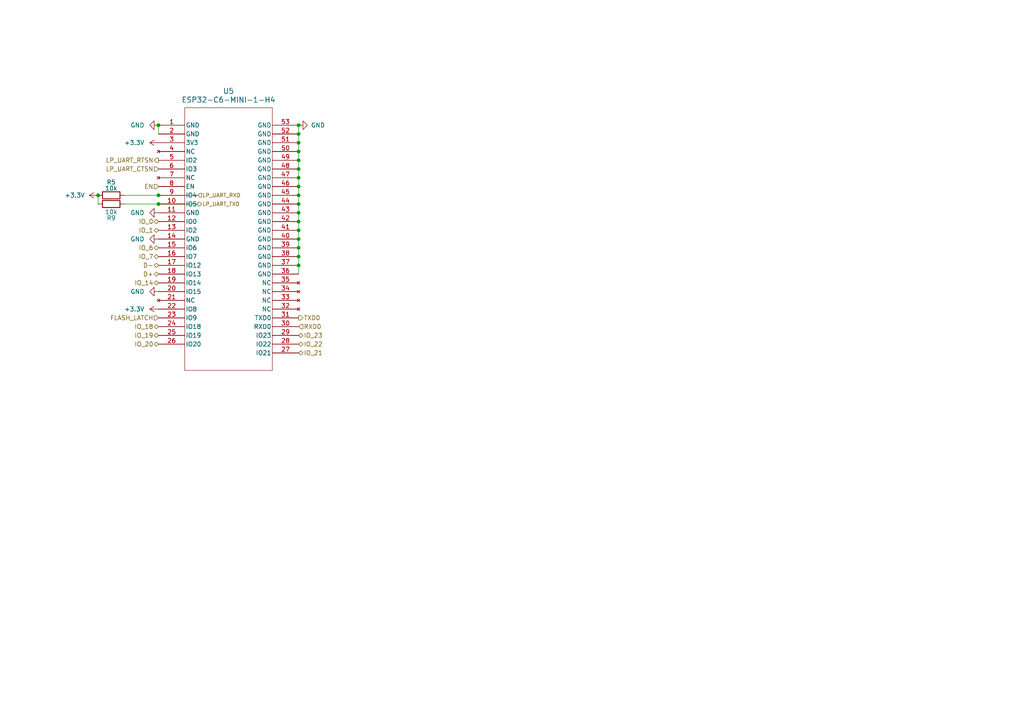
<source format=kicad_sch>
(kicad_sch (version 20230121) (generator eeschema)
  (paper "A4")
  (lib_symbols
    (symbol "2024-01-12_18-19-06:ESP32-C6-MINI-1-H4" (pin_names (offset 0.254))
      (property "Reference" "U" (at 20.32 10.16 0))
      (property "Value" "ESP32-C6-MINI-1-H4" (at 20.32 7.62 0))
      (symbol "ESP32-C6-MINI-1-H4_0_1"
        (polyline (pts (xy 7.62 -71.12) (xy 33.02 -71.12)) (stroke (width 0.127)))
        (polyline (pts (xy 7.62 5.08) (xy 7.62 -71.12)) (stroke (width 0.127)))
        (polyline (pts (xy 33.02 -71.12) (xy 33.02 5.08)) (stroke (width 0.127)))
        (polyline (pts (xy 33.02 5.08) (xy 7.62 5.08)) (stroke (width 0.127)))
        (pin power_out line (at 0 0 0) (length 7.62) (name "GND") (number "1"))
        (pin bidirectional line (at 0 -22.86 0) (length 7.62) (name "IO5") (number "10"))
        (pin power_out line (at 0 -25.4 0) (length 7.62) (name "GND") (number "11"))
        (pin bidirectional line (at 0 -27.94 0) (length 7.62) (name "IO0") (number "12"))
        (pin bidirectional line (at 0 -30.48 0) (length 7.62) (name "IO2") (number "13"))
        (pin power_out line (at 0 -33.02 0) (length 7.62) (name "GND") (number "14"))
        (pin bidirectional line (at 0 -35.56 0) (length 7.62) (name "IO6") (number "15"))
        (pin bidirectional line (at 0 -38.1 0) (length 7.62) (name "IO7") (number "16"))
        (pin bidirectional line (at 0 -40.64 0) (length 7.62) (name "IO12") (number "17"))
        (pin bidirectional line (at 0 -43.18 0) (length 7.62) (name "IO13") (number "18"))
        (pin bidirectional line (at 0 -45.72 0) (length 7.62) (name "IO14") (number "19"))
        (pin power_out line (at 0 -2.54 0) (length 7.62) (name "GND") (number "2"))
        (pin bidirectional line (at 0 -48.26 0) (length 7.62) (name "IO15") (number "20"))
        (pin no_connect line (at 0 -50.8 0) (length 7.62) (name "NC") (number "21"))
        (pin bidirectional line (at 0 -53.34 0) (length 7.62) (name "IO8") (number "22"))
        (pin bidirectional line (at 0 -55.88 0) (length 7.62) (name "IO9") (number "23"))
        (pin bidirectional line (at 0 -58.42 0) (length 7.62) (name "IO18") (number "24"))
        (pin bidirectional line (at 0 -60.96 0) (length 7.62) (name "IO19") (number "25"))
        (pin bidirectional line (at 0 -63.5 0) (length 7.62) (name "IO20") (number "26"))
        (pin bidirectional line (at 40.64 -66.04 180) (length 7.62) (name "IO21") (number "27"))
        (pin bidirectional line (at 40.64 -63.5 180) (length 7.62) (name "IO22") (number "28"))
        (pin bidirectional line (at 40.64 -60.96 180) (length 7.62) (name "IO23") (number "29"))
        (pin power_in line (at 0 -5.08 0) (length 7.62) (name "3V3") (number "3"))
        (pin bidirectional line (at 40.64 -58.42 180) (length 7.62) (name "RXD0") (number "30"))
        (pin bidirectional line (at 40.64 -55.88 180) (length 7.62) (name "TXD0") (number "31"))
        (pin no_connect line (at 40.64 -53.34 180) (length 7.62) (name "NC") (number "32"))
        (pin no_connect line (at 40.64 -50.8 180) (length 7.62) (name "NC") (number "33"))
        (pin no_connect line (at 40.64 -48.26 180) (length 7.62) (name "NC") (number "34"))
        (pin no_connect line (at 40.64 -45.72 180) (length 7.62) (name "NC") (number "35"))
        (pin power_out line (at 40.64 -43.18 180) (length 7.62) (name "GND") (number "36"))
        (pin power_out line (at 40.64 -40.64 180) (length 7.62) (name "GND") (number "37"))
        (pin power_out line (at 40.64 -38.1 180) (length 7.62) (name "GND") (number "38"))
        (pin power_out line (at 40.64 -35.56 180) (length 7.62) (name "GND") (number "39"))
        (pin no_connect line (at 0 -7.62 0) (length 7.62) (name "NC") (number "4"))
        (pin power_out line (at 40.64 -33.02 180) (length 7.62) (name "GND") (number "40"))
        (pin power_out line (at 40.64 -30.48 180) (length 7.62) (name "GND") (number "41"))
        (pin power_out line (at 40.64 -27.94 180) (length 7.62) (name "GND") (number "42"))
        (pin power_out line (at 40.64 -25.4 180) (length 7.62) (name "GND") (number "43"))
        (pin power_out line (at 40.64 -22.86 180) (length 7.62) (name "GND") (number "44"))
        (pin power_out line (at 40.64 -20.32 180) (length 7.62) (name "GND") (number "45"))
        (pin power_out line (at 40.64 -17.78 180) (length 7.62) (name "GND") (number "46"))
        (pin power_out line (at 40.64 -15.24 180) (length 7.62) (name "GND") (number "47"))
        (pin power_out line (at 40.64 -12.7 180) (length 7.62) (name "GND") (number "48"))
        (pin power_out line (at 40.64 -10.16 180) (length 7.62) (name "GND") (number "49"))
        (pin bidirectional line (at 0 -10.16 0) (length 7.62) (name "IO2") (number "5"))
        (pin power_out line (at 40.64 -7.62 180) (length 7.62) (name "GND") (number "50"))
        (pin power_out line (at 40.64 -5.08 180) (length 7.62) (name "GND") (number "51"))
        (pin power_out line (at 40.64 -2.54 180) (length 7.62) (name "GND") (number "52"))
        (pin power_out line (at 40.64 0 180) (length 7.62) (name "GND") (number "53"))
        (pin bidirectional line (at 0 -12.7 0) (length 7.62) (name "IO3") (number "6"))
        (pin no_connect line (at 0 -15.24 0) (length 7.62) (name "NC") (number "7"))
        (pin unspecified line (at 0 -17.78 0) (length 7.62) (name "EN") (number "8"))
        (pin bidirectional line (at 0 -20.32 0) (length 7.62) (name "IO4") (number "9"))
      )
    )
    (symbol "Device:R" (pin_numbers hide) (pin_names (offset 0))
      (property "Reference" "R" (at 2.032 0 90))
      (property "Value" "R" (at 0 0 90))
      (symbol "R_0_1"
        (rectangle (start -1.016 -2.54) (end 1.016 2.54) (stroke (width 0.254)))
      )
      (symbol "R_1_1"
        (pin passive line (at 0 3.81 270) (length 1.27) (name "~") (number "1"))
        (pin passive line (at 0 -3.81 90) (length 1.27) (name "~") (number "2"))
      )
    )
    (symbol "power:+3.3V" (power) (pin_names (offset 0))
      (property "Value" "+3.3V" (at 0 3.556 0))
      (symbol "+3.3V_0_1"
        (polyline (pts (xy -0.762 1.27) (xy 0 2.54)))
        (polyline (pts (xy 0 0) (xy 0 2.54)))
        (polyline (pts (xy 0 2.54) (xy 0.762 1.27)))
      )
      (symbol "+3.3V_1_1"
        (pin power_in line (at 0 0 90) (length 0) hide (name "+3.3V") (number "1"))
      )
    )
    (symbol "power:GND" (power) (pin_names (offset 0))
      (property "Value" "GND" (at 0 -3.81 0))
      (symbol "GND_0_1"
        (polyline (pts (xy 0 0) (xy 0 -1.27) (xy 1.27 -1.27) (xy 0 -2.54) (xy -1.27 -1.27) (xy 0 -1.27)))
      )
      (symbol "GND_1_1"
        (pin power_in line (at 0 0 270) (length 0) hide (name "GND") (number "1"))
      )
    )
  )
  (junction (at 28.448 56.642))
  (junction (at 86.614 56.642))
  (junction (at 86.614 41.402))
  (junction (at 45.974 56.642))
  (junction (at 86.614 76.962))
  (junction (at 86.614 74.422))
  (junction (at 86.614 64.262))
  (junction (at 45.974 36.322))
  (junction (at 86.614 36.322))
  (junction (at 86.614 66.802))
  (junction (at 86.614 43.942))
  (junction (at 86.614 51.562))
  (junction (at 86.614 38.862))
  (junction (at 45.974 59.182))
  (junction (at 86.614 59.182))
  (junction (at 86.614 46.482))
  (junction (at 86.614 69.342))
  (junction (at 86.614 61.722))
  (junction (at 86.614 49.022))
  (junction (at 86.614 71.882))
  (junction (at 86.614 54.102))
  (wire (pts (xy 86.614 41.402) (xy 86.614 43.942)))
  (wire (pts (xy 86.614 64.262) (xy 86.614 66.802)))
  (wire (pts (xy 36.068 56.642) (xy 45.974 56.642)))
  (wire (pts (xy 86.614 56.642) (xy 86.614 59.182)))
  (wire (pts (xy 86.614 51.562) (xy 86.614 54.102)))
  (wire (pts (xy 45.974 59.182) (xy 57.404 59.182)))
  (wire (pts (xy 86.614 54.102) (xy 86.614 56.642)))
  (wire (pts (xy 86.614 38.862) (xy 86.614 41.402)))
  (wire (pts (xy 86.614 36.322) (xy 86.614 38.862)))
  (wire (pts (xy 86.614 59.182) (xy 86.614 61.722)))
  (wire (pts (xy 86.614 49.022) (xy 86.614 51.562)))
  (wire (pts (xy 36.068 59.182) (xy 45.974 59.182)))
  (wire (pts (xy 28.448 56.642) (xy 28.448 59.182)))
  (wire (pts (xy 86.614 76.962) (xy 86.614 79.502)))
  (wire (pts (xy 45.974 36.322) (xy 45.974 38.862)))
  (wire (pts (xy 57.404 56.642) (xy 45.974 56.642)))
  (wire (pts (xy 86.614 46.482) (xy 86.614 49.022)))
  (wire (pts (xy 86.614 71.882) (xy 86.614 74.422)))
  (wire (pts (xy 86.614 74.422) (xy 86.614 76.962)))
  (wire (pts (xy 86.614 69.342) (xy 86.614 71.882)))
  (wire (pts (xy 86.614 61.722) (xy 86.614 64.262)))
  (wire (pts (xy 86.614 66.802) (xy 86.614 69.342)))
  (wire (pts (xy 86.614 43.942) (xy 86.614 46.482)))
  (hierarchical_label "IO_14" (shape bidirectional) (at 45.974 82.042 180))
  (hierarchical_label "IO_22" (shape bidirectional) (at 86.614 99.822 0))
  (hierarchical_label "LP_UART_RTSN" (shape output) (at 45.974 46.482 180))
  (hierarchical_label "IO_21" (shape bidirectional) (at 86.614 102.362 0))
  (hierarchical_label "TXD0" (shape output) (at 86.614 92.202 0))
  (hierarchical_label "LP_UART_TXD" (shape output) (at 57.404 59.182 0) (effects (font (size 1.1 1.1))))
  (hierarchical_label "D+" (shape bidirectional) (at 45.974 79.502 180))
  (hierarchical_label "IO_7" (shape bidirectional) (at 45.974 74.422 180))
  (hierarchical_label "IO_1" (shape bidirectional) (at 45.974 66.802 180))
  (hierarchical_label "IO_19" (shape bidirectional) (at 45.974 97.282 180))
  (hierarchical_label "FLASH_LATCH" (shape input) (at 45.974 92.202 180))
  (hierarchical_label "IO_20" (shape bidirectional) (at 45.974 99.822 180))
  (hierarchical_label "IO_6" (shape bidirectional) (at 45.974 71.882 180))
  (hierarchical_label "RXD0" (shape input) (at 86.614 94.742 0))
  (hierarchical_label "EN" (shape input) (at 45.974 54.102 180))
  (hierarchical_label "IO_23" (shape bidirectional) (at 86.614 97.282 0))
  (hierarchical_label "LP_UART_RXD" (shape input) (at 57.404 56.642 0) (effects (font (size 1.1 1.1))))
  (hierarchical_label "IO_0" (shape bidirectional) (at 45.974 64.262 180))
  (hierarchical_label "D-" (shape bidirectional) (at 45.974 76.962 180))
  (hierarchical_label "LP_UART_CTSN" (shape input) (at 45.974 49.022 180))
  (hierarchical_label "IO_18" (shape bidirectional) (at 45.974 94.742 180))
  (symbol (lib_id "power:+3.3V") (at 45.974 89.662 90) (unit 1)
    (property "Reference" "#PWR016" (effects hide))
    (property "Value" "+3.3V" (at 41.91 89.662 90) (effects (justify left)))
  )
  (symbol (lib_id "power:GND") (at 86.614 36.322 90) (unit 1)
    (property "Reference" "#PWR022" (effects hide))
    (property "Value" "GND" (at 90.17 36.322 90) (effects (justify right)))
  )
  (symbol (lib_id "2024-01-12_18-19-06:ESP32-C6-MINI-1-H4") (at 45.974 36.322 0) (unit 1)
    (property "Reference" "U5" (at 66.294 26.416 0) (effects (font (size 1.524 1.524))))
    (property "Value" "ESP32-C6-MINI-1-H4" (at 66.294 28.956 0) (effects (font (size 1.524 1.524))))
    (property "Footprint" "footprints:ESP32-C6_EXP" (effects hide))
    (property "Datasheet" "ESP32-C6-MINI-1-H4" (effects hide))
  )
  (symbol (lib_id "power:GND") (at 45.974 84.582 270) (unit 1)
    (property "Reference" "#PWR019" (effects hide))
    (property "Value" "GND" (at 41.91 84.582 90) (effects (justify right)))
  )
  (symbol (lib_id "power:+3.3V") (at 28.448 56.642 90) (unit 1)
    (property "Reference" "#PWR017" (effects hide))
    (property "Value" "+3.3V" (at 24.638 56.642 90) (effects (justify left)))
  )
  (symbol (lib_id "power:GND") (at 45.974 69.342 270) (unit 1)
    (property "Reference" "#PWR020" (effects hide))
    (property "Value" "GND" (at 41.91 69.342 90) (effects (justify right)))
  )
  (symbol (lib_id "power:+3.3V") (at 45.974 41.402 90) (unit 1)
    (property "Reference" "#PWR025" (effects hide))
    (property "Value" "+3.3V" (at 41.91 41.402 90) (effects (justify left)))
  )
  (symbol (lib_id "Device:R") (at 32.258 59.182 90) (unit 1)
    (property "Reference" "R9" (at 32.258 63.246 90))
    (property "Value" "10k" (at 32.258 61.468 90))
    (property "Footprint" "Resistor_SMD:R_1206_3216Metric" (effects hide))
  )
  (symbol (lib_id "Device:R") (at 32.258 56.642 90) (unit 1)
    (property "Reference" "R5" (at 32.258 52.832 90))
    (property "Value" "10k" (at 32.258 54.61 90))
    (property "Footprint" "Resistor_SMD:R_1206_3216Metric" (effects hide))
  )
  (symbol (lib_id "power:GND") (at 45.974 36.322 270) (unit 1)
    (property "Reference" "#PWR021" (effects hide))
    (property "Value" "GND" (at 41.91 36.322 90) (effects (justify right)))
  )
  (symbol (lib_id "power:GND") (at 45.974 61.722 270) (unit 1)
    (property "Reference" "#PWR018" (effects hide))
    (property "Value" "GND" (at 41.91 61.722 90) (effects (justify right)))
  )
)
</source>
